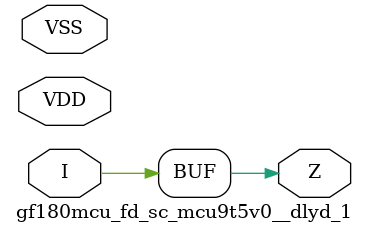
<source format=v>

module gf180mcu_fd_sc_mcu9t5v0__dlyd_1( I, Z, VDD, VSS );
input I;
inout VDD, VSS;
output Z;

	buf MGM_BG_0( Z, I );

endmodule

</source>
